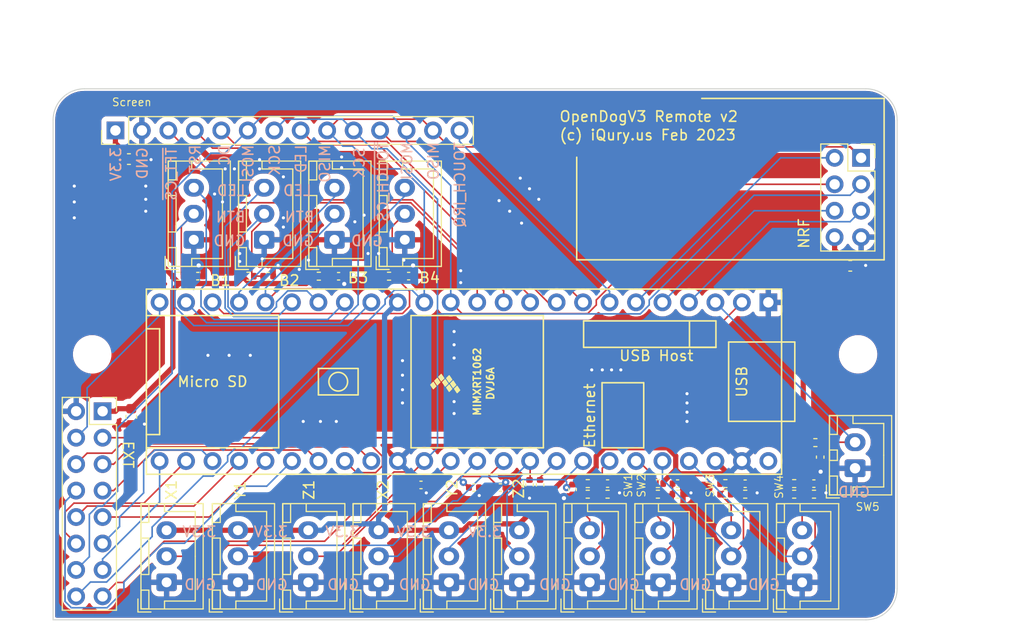
<source format=kicad_pcb>
(kicad_pcb (version 20221018) (generator pcbnew)
  (layers (0 "F.Cu" signal) (31 "B.Cu" signal) (34 "B.Paste" user) (35 "F.Paste" user) (36 "B.SilkS" user "B.Silkscreen") (37 "F.SilkS" user "F.Silkscreen") (38 "B.Mask" user) (39 "F.Mask" user) (44 "Edge.Cuts" user))
  (net 0 "")
  (net 1 "GND")
  (net 2 "/X1")
  (net 3 "/Y1")
  (net 4 "/Z1")
  (net 5 "/X2")
  (net 6 "/Y2")
  (net 7 "/Z2")
  (net 8 "/3.3V")
  (net 9 "/~{TFT_CS}")
  (net 10 "/RESET")
  (net 11 "/DC")
  (net 12 "/MOSI")
  (net 13 "/SCK")
  (net 14 "/LED")
  (net 15 "/MISO")
  (net 16 "/~{TOUCH_CS}")
  (net 17 "/TOUCH_IRQ")
  (net 18 "/SW1")
  (net 19 "/SW2")
  (net 20 "/SW3")
  (net 21 "/SW4")
  (net 22 "/SW5")
  (net 23 "/B1")
  (net 24 "/B2")
  (net 25 "/B3")
  (net 26 "/B4")
  (net 27 "Net-(J8-Pin_3)")
  (net 28 "Net-(J9-Pin_3)")
  (net 29 "Net-(J10-Pin_3)")
  (net 30 "Net-(J11-Pin_3)")
  (net 31 "/EX1")
  (net 32 "/NRF_CE")
  (net 33 "/~{NRF_CS}")
  (net 34 "/NRF_IRQ")
  (net 35 "/B1_LED")
  (net 36 "/B2_LED")
  (net 37 "/B3_LED")
  (net 38 "/B4_LED")
  (net 39 "/EX2")
  (net 40 "/EX3")
  (net 41 "/EX4")
  (net 42 "/EX5")
  (net 43 "/EX6")
  (net 44 "/EX7")
  (net 45 "/EX8")
  (net 46 "/EX9")
  (net 47 "/EX10")
  (net 48 "/EX11")
  (footprint "Resistor_SMD:R_0402_1005Metric" (layer "F.Cu") (at 111.31 87.919 180)
    (fp_text reference "R17" hide)
    (fp_text value "10k")
  )
  (footprint "Connector_JST:JST_XH_B3B-XH-A_1x03_P2.50mm_Vertical" (layer "F.Cu") (at 125.0732 97.404 90)
    (fp_text reference "J10" hide)
    (fp_text value "Conn_01x03_Pin")
  )
  (footprint "Capacitor_SMD:C_0603_1608Metric" (layer "F.Cu") (at 67.5 81.5 -90)
    (fp_text reference "C3" hide)
    (fp_text value "100nF")
  )
  (footprint "Resistor_SMD:R_0402_1005Metric" (layer "F.Cu") (at 131.12 88.935)
    (fp_text reference "R14" hide)
    (fp_text value "10k")
  )
  (footprint "Capacitor_SMD:C_0402_1005Metric" (layer "F.Cu") (at 105.72 88.046 -90)
    (fp_text reference "C7" hide)
    (fp_text value "1nF")
  )
  (footprint "Connector_PinHeader_2.54mm:PinHeader_1x14_P2.54mm_Vertical" (layer "F.Cu") (at 65.98 54 90)
    (fp_text reference "J7" hide)
    (fp_text value "Conn_01x14")
  )
  (footprint "MountingHole:MountingHole_3.2mm_M3" (layer "F.Cu") (at 63.75 75.5)
    (fp_text reference "H1" hide)
    (fp_text value "MountingHole")
  )
  (footprint "Resistor_SMD:R_0402_1005Metric" (layer "F.Cu") (at 126.421 88.935)
    (fp_text reference "R7" hide)
    (fp_text value "10k")
  )
  (footprint "Capacitor_SMD:C_0402_1005Metric" (layer "F.Cu") (at 95.306 88.046)
    (fp_text reference "C4" hide)
    (fp_text value "1nF")
  )
  (footprint "Connector_JST:JST_XH_B3B-XH-A_1x03_P2.50mm_Vertical" (layer "F.Cu") (at 84.49 97.4 90)
    (fp_text reference "J3" hide)
    (fp_text value "Conn_01x03_Pin")
  )
  (footprint "Resistor_SMD:R_0402_1005Metric" (layer "F.Cu") (at 85.5 68)
    (fp_text reference "R12" hide)
    (fp_text value "10k")
  )
  (footprint "Capacitor_SMD:C_0402_1005Metric" (layer "F.Cu") (at 106.736 88.046 -90)
    (fp_text reference "C8" hide)
    (fp_text value "1nF")
  )
  (footprint "Capacitor_SMD:C_0402_1005Metric" (layer "F.Cu") (at 80.640453 67.991926)
    (fp_text reference "C12" hide)
    (fp_text value "1nF")
  )
  (footprint "Resistor_SMD:R_0402_1005Metric" (layer "F.Cu") (at 119.944 88.935)
    (fp_text reference "R4" hide)
    (fp_text value "10k")
  )
  (footprint "Capacitor_SMD:C_0402_1005Metric" (layer "F.Cu") (at 113.211345 87.916043)
    (fp_text reference "C14" hide)
    (fp_text value "1nF")
  )
  (footprint "Connector_JST:JST_XH_B3B-XH-A_1x03_P2.50mm_Vertical" (layer "F.Cu") (at 111.49 97.4 90)
    (fp_text reference "J8" hide)
    (fp_text value "Conn_01x03_Pin")
  )
  (footprint "Connector_JST:JST_XH_B3B-XH-A_1x03_P2.50mm_Vertical" (layer "F.Cu") (at 118.293 97.404 90)
    (fp_text reference "J9" hide)
    (fp_text value "Conn_01x03_Pin")
  )
  (footprint "Resistor_SMD:R_0402_1005Metric" (layer "F.Cu") (at 124.516 88.935)
    (fp_text reference "R6" hide)
    (fp_text value "10k")
  )
  (footprint "Capacitor_SMD:C_0402_1005Metric" (layer "F.Cu") (at 119.930274 87.920654)
    (fp_text reference "C15" hide)
    (fp_text value "1nF")
  )
  (footprint "Capacitor_SMD:C_0402_1005Metric" (layer "F.Cu") (at 87.396716 68.004228)
    (fp_text reference "C11" hide)
    (fp_text value "1nF")
  )
  (footprint "Resistor_SMD:R_0402_1005Metric" (layer "F.Cu") (at 124.516 87.919)
    (fp_text reference "R8" hide)
    (fp_text value "10k")
  )
  (footprint "teensy:Teensy41-Simple" (layer "F.Cu") (at 99.43 78.13 180)
    (fp_text reference "U1" hide)
    (fp_text value "Teensy4.1")
  )
  (footprint "Capacitor_SMD:C_0603_1608Metric" (layer "F.Cu") (at 136.5 67)
    (fp_text reference "C1" hide)
    (fp_text value "100nF")
  )
  (footprint "Connector_JST:JST_XH_B3B-XH-A_1x03_P2.50mm_Vertical" (layer "F.Cu") (at 80.25 64.5 90)
    (fp_text reference "J14" hide)
    (fp_text value "Conn_01x03_Pin")
  )
  (footprint "Connector_JST:JST_XH_B3B-XH-A_1x03_P2.50mm_Vertical" (layer "F.Cu") (at 93.75 64.5 90)
    (fp_text reference "J16" hide)
    (fp_text value "Conn_01x03_Pin")
  )
  (footprint "Connector_PinSocket_2.54mm:PinSocket_2x08_P2.54mm_Vertical" (layer "F.Cu") (at 64.75 80.97)
    (fp_text reference "J18" hide)
    (fp_text value "Conn_02x08_Odd_Even")
  )
  (footprint "Connector_JST:JST_XH_B3B-XH-A_1x03_P2.50mm_Vertical" (layer "F.Cu") (at 73.5 64.5 90)
    (fp_text reference "J13" hide)
    (fp_text value "Conn_01x03_Pin")
  )
  (footprint "Capacitor_SMD:C_0402_1005Metric" (layer "F.Cu") (at 109.847825 88.48757 -90)
    (fp_text reference "C9" hide)
    (fp_text value "1nF")
  )
  (footprint "Capacitor_SMD:C_0402_1005Metric" (layer "F.Cu") (at 102.926 88.3)
    (fp_text reference "C6" hide)
    (fp_text value "1nF")
  )
  (footprint "Capacitor_SMD:C_0402_1005Metric" (layer "F.Cu") (at 100.386 88.3)
    (fp_text reference "C5" hide)
    (fp_text value "1nF")
  )
  (footprint "Resistor_SMD:R_0402_1005Metric" (layer "F.Cu") (at 113.213 88.935)
    (fp_text reference "R2" hide)
    (fp_text value "10k")
  )
  (footprint "Capacitor_SMD:C_0402_1005Metric" (layer "F.Cu") (at 133.00994 87.921614)
    (fp_text reference "C17" hide)
    (fp_text value "1nF")
  )
  (footprint "Connector_JST:JST_XH_B3B-XH-A_1x03_P2.50mm_Vertical" (layer "F.Cu") (at 87 64.5 90)
    (fp_text reference "J15" hide)
    (fp_text value "Conn_01x03_Pin")
  )
  (footprint "Capacitor_SMD:C_0402_1005Metric" (layer "F.Cu") (at 133.617435 85.375723 -90)
    (fp_text reference "C18" hide)
    (fp_text value "1nF")
  )
  (footprint "Capacitor_SMD:C_0402_1005Metric" (layer "F.Cu") (at 73.88423 67.992423)
    (fp_text reference "C13" hide)
    (fp_text value "1nF")
  )
  (footprint "Resistor_SMD:R_0402_1005Metric" (layer "F.Cu") (at 118.039 88.935)
    (fp_text reference "R3" hide)
    (fp_text value "10k")
  )
  (footprint "Connector_JST:JST_XH_B3B-XH-A_1x03_P2.50mm_Vertical" (layer "F.Cu") (at 91.24 97.4 90)
    (fp_text reference "J4" hide)
    (fp_text value "Conn_01x03_Pin")
  )
  (footprint "Connector_JST:JST_XH_B3B-XH-A_1x03_P2.50mm_Vertical" (layer "F.Cu") (at 97.99 97.4 90)
    (fp_text reference "J5" hide)
    (fp_text value "Conn_01x03_Pin")
  )
  (footprint "Capacitor_SMD:C_0603_1608Metric" (layer "F.Cu") (at 67.275 56.75 180)
    (fp_text reference "C2" hide)
    (fp_text value "100nF")
  )
  (footprint "Connector_JST:JST_XH_B3B-XH-A_1x03_P2.50mm_Vertical" (layer "F.Cu") (at 77.74 97.4 90)
    (fp_text reference "J2" hide)
    (fp_text value "Conn_01x03_Pin")
  )
  (footprint "Resistor_SMD:R_0402_1005Metric" (layer "F.Cu") (at 78.75 68)
    (fp_text reference "R11" hide)
    (fp_text value "10k")
  )
  (footprint "Capacitor_SMD:C_0402_1005Metric" (layer "F.Cu") (at 94.119646 67.990524)
    (fp_text reference "C10" hide)
    (fp_text value "1nF")
  )
  (footprint "Resistor_SMD:R_0402_1005Metric" (layer "F.Cu") (at 118.039 87.919 180)
    (fp_text reference "R5" hide)
    (fp_text value "10k")
  )
  (footprint "Connector_JST:JST_XH_B3B-XH-A_1x03_P2.50mm_Vertical" (layer "F.Cu") (at 70.89 97.4 90)
    (fp_text reference "J1" hide)
    (fp_text value "Conn_01x03_Pin")
  )
  (footprint "Resistor_SMD:R_0402_1005Metric" (layer "F.Cu") (at 133.023 88.935)
    (fp_text reference "R15" hide)
    (fp_text value "10k")
  )
  (footprint "Resistor_SMD:R_0402_1005Metric" (layer "F.Cu") (at 72 68)
    (fp_text reference "R10" hide)
    (fp_text value "10k")
  )
  (footprint "Resistor_SMD:R_0402_1005Metric" (layer "F.Cu") (at 131.12 87.919)
    (fp_text reference "R16" hide)
    (fp_text value "10k")
  )
  (footprint "Connector_PinSocket_2.54mm:PinSocket_2x04_P2.54mm_Vertical" (layer "F.Cu") (at 137.54 56.63)
    (fp_text reference "J17" hide)
    (fp_text value "NRF")
  )
  (footprint "Resistor_SMD:R_0402_1005Metric" (layer "F.Cu") (at 133.152 83.982)
    (fp_text reference "R9" hide)
    (fp_text value "10k")
  )
  (footprint "Connector_JST:JST_XH_B3B-XH-A_1x03_P2.50mm_Vertical" (layer "F.Cu") (at 131.882 97.404 90)
    (fp_text reference "J11" hide)
    (fp_text value "Conn_01x03_Pin")
  )
  (footprint "Resistor_SMD:R_0402_1005Metric" (layer "F.Cu") (at 92.24 68)
    (fp_text reference "R13" hide)
    (fp_text value "10k")
  )
  (footprint "Connector_JST:JST_XH_B3B-XH-A_1x03_P2.50mm_Vertical" (layer "F.Cu") (at 104.74 97.4 90)
    (fp_text reference "J6" hide)
    (fp_text value "Conn_01x03_Pin")
  )
  (footprint "Connector_JST:JST_XH_B2B-XH-A_1x02_P2.50mm_Vertical" (layer "F.Cu") (at 136.962 86.444249 90)
    (fp_text reference "J12" hide)
    (fp_text value "Conn_01x02_Pin")
  )
  (footprint "MountingHole:MountingHole_3.2mm_M3" (layer "F.Cu") (at 137.25 75.5)
    (fp_text reference "H2" hide)
    (fp_text value "MountingHole")
  )
  (footprint "Capacitor_SMD:C_0402_1005Metric" (layer "F.Cu") (at 126.415075 87.933398)
    (fp_text reference "C16" hide)
    (fp_text value "1nF")
  )
  (footprint "Resistor_SMD:R_0402_1005Metric" (layer "F.Cu") (at 111.308 88.935)
    (fp_text reference "R1" hide)
    (fp_text value "10k")
  )
  (gr_line (start 139.75 66.425) (end 110.25 66.425) (stroke (width 0.15)) (layer "F.SilkS"))
  (gr_line (start 110.25 66.425) (end 110.25 56.575) (stroke (width 0.15)) (layer "F.SilkS"))
  (gr_line (start 139.75 50.925) (end 122.25 50.925) (stroke (width 0.15)) (layer "F.SilkS"))
  (gr_line (start 139.75 66.425) (end 139.75 50.925) (stroke (width 0.15)) (layer "F.SilkS"))
  (gr_line (start 60 101) (end 60 53) (stroke (width 0.1)) (layer "Edge.Cuts"))
  (gr_line (start 63 50) (end 138 50) (stroke (width 0.1)) (layer "Edge.Cuts"))
  (gr_line (start 138 101) (end 60 101) (stroke (width 0.1)) (layer "Edge.Cuts"))
  (gr_line (start 141 53) (end 141 98) (stroke (width 0.1)) (layer "Edge.Cuts"))
  (gr_arc (start 141 98) (mid 140.12132 100.12132) (end 138 101) (stroke (width 0.1)) (layer "Edge.Cuts"))
  (gr_arc (start 60 53) (mid 60.87868 50.87868) (end 63 50) (stroke (width 0.1)) (layer "Edge.Cuts"))
  (gr_arc (start 138 50) (mid 140.12132 50.87868) (end 141 53) (stroke (width 0.1)) (layer "Edge.Cuts"))
  (gr_text "~{TFT_CS}" (at 71.938 55.534 90) (layer "B.SilkS") (effects (font (size 1 1)) (justify left bottom mirror)))
  (gr_text "RST" (at 74.224 55.28 90) (layer "B.SilkS") (effects (font (size 1 1)) (justify left bottom mirror)))
  (gr_text "BTN" (at 78.542 62.9) (layer "B.SilkS") (effects (font (size 1 1)) (justify left bottom mirror)))
  (gr_text "MISO" (at 86.67 55.28 90) (layer "B.SilkS") (effects (font (size 1 1)) (justify left bottom mirror)))
  (gr_text "3.3V" (at 66.604 55.534 90) (layer "B.SilkS") (effects (font (size 1 1)) (justify left bottom mirror)))
  (gr_text "GND" (at 129.85 98.206) (layer "B.SilkS") (effects (font (size 1 1)) (justify left bottom mirror)))
  (gr_text "~{TOUCH_CS}" (at 92.258 55.026 90) (layer "B.SilkS") (effects (font (size 1 1)) (justify left bottom mirror)))
  (gr_text "GND" (at 85.146 65.186) (layer "B.SilkS") (effects (font (size 1 1)) (justify left bottom mirror)))
  (gr_text "GND" (at 116.388 98.206) (layer "B.SilkS") (effects (font (size 1 1)) (justify left bottom mirror)))
  (gr_text "3.3V" (at 96.322 93.126) (layer "B.SilkS") (effects (font (size 1 1)) (justify left bottom mirror)))
  (gr_text "3.3V" (at 75.748 93.126) (layer "B.SilkS") (effects (font (size 1 1)) (justify left bottom mirror)))
  (gr_text "LED" (at 78.542 60.36) (layer "B.SilkS") (effects (font (size 1 1)) (justify left bottom mirror)))
  (gr_text "TOUCH_IRQ" (at 99.624 55.026 90) (layer "B.SilkS") (effects (font (size 1 1)) (justify left bottom mirror)))
  (gr_text "MOSI" (at 79.304 55.28 90) (layer "B.SilkS") (effects (font (size 1 1)) (justify left bottom mirror)))
  (gr_text "3.3V" (at 82.606 93.126) (layer "B.SilkS") (effects (font (size 1 1)) (justify left bottom mirror)))
  (gr_text "3.3V" (at 103.18 93.126) (layer "B.SilkS") (effects (font (size 1 1)) (justify left bottom mirror)))
  (gr_text "GND" (at 69.144 55.534 90) (layer "B.SilkS") (effects (font (size 1 1)) (justify left bottom mirror)))
  (gr_text "DC" (at 77.018 55.28 90) (layer "B.SilkS") (effects (font (size 1 1)) (justify left bottom mirror)))
  (gr_text "GND" (at 78.542 65.186) (layer "B.SilkS") (effects (font (size 1 1)) (justify left bottom mirror)))
  (gr_text "GND" (at 102.926 98.206) (layer "B.SilkS") (effects (font (size 1 1)) (justify left bottom mirror)))
  (gr_text "GND" (at 123.246 98.206) (layer "B.SilkS") (effects (font (size 1 1)) (justify left bottom mirror)))
  (gr_text "LED" (at 84.892 60.36) (layer "B.SilkS") (effects (font (size 1 1)) (justify left bottom mirror)))
  (gr_text "BTN" (at 85.146 62.9) (layer "B.SilkS") (effects (font (size 1 1)) (justify left bottom mirror)))
  (gr_text "MISO" (at 97.084 55.026 90) (layer "B.SilkS") (effects (font (size 1 1)) (justify left bottom mirror)))
  (gr_text "MOSI" (at 94.544 55.026 90) (layer "B.SilkS") (effects (font (size 1 1)) (justify left bottom mirror)))
  (gr_text "GND" (at 138.486 89.316) (layer "B.SilkS") (effects (font (size 1 1)) (justify left bottom mirror)))
  (gr_text "GND" (at 75.748 98.206) (layer "B.SilkS") (effects (font (size 1 1)) (justify left bottom mirror)))
  (gr_text "3.3V" (at 89.464 93.126) (layer "B.SilkS") (effects (font (size 1 1)) (justify left bottom mirror)))
  (gr_text "SCK" (at 81.844 55.28 90) (layer "B.SilkS") (effects (font (size 1 1)) (justify left bottom mirror)))
  (gr_text "GND" (at 82.606 98.206) (layer "B.SilkS") (effects (font (size 1 1)) (justify left bottom mirror)))
  (gr_text "GND" (at 109.784 98.206) (layer "B.SilkS") (effects (font (size 1 1)) (justify left bottom mirror)))
  (gr_text "GND" (at 96.322 98.206) (layer "B.SilkS") (effects (font (size 1 1)) (justify left bottom mirror)))
  (gr_text "GND" (at 89.464 98.206) (layer "B.SilkS") (effects (font (size 1 1)) (justify left bottom mirror)))
  (gr_text "SCK" (at 89.972 55.534 90) (layer "B.SilkS") (effects (font (size 1 1)) (justify left bottom mirror)))
  (gr_text "LED" (at 84.384 55.28 90) (layer "B.SilkS") (effects (font (size 1 1)) (justify left bottom mirror)))
  (gr_text "GND" (at 91.75 65.186) (layer "B.SilkS") (effects (font (size 1 1)) (justify left bottom mirror)))
  (gr_text "B1" (at 74.986 68.996) (layer "F.SilkS") (effects (font (size 1 1)) (justify left bottom)))
  (gr_text "SW5" (at 136.962 90.586) (layer "F.SilkS") (effects (font (size 0.75 0.75) (thickness 0.1)) (justify left bottom)))
  (gr_text "SW4" (at 130.104 89.443 90) (layer "F.SilkS") (effects (font (size 0.75 0.75) (thickness 0.1)) (justify left bottom)))
  (gr_text "Z2" (at 105.265104 89.444291 90) (layer "F.SilkS") (effects (font (size 1 1)) (justify left bottom)))
  (gr_text "B3" (at 88.194 68.742) (layer "F.SilkS") (effects (font (size 1 1)) (justify left bottom)))
  (gr_text "EXT" (at 66.604 83.728 -90) (layer "F.SilkS") (effects (font (size 1 1)) (justify left bottom)))
  (gr_text "(c) iQury.us Feb 2023" (at 108.514 55.026) (layer "F.SilkS") (effects (font (size 1 1)) (justify left bottom)))
  (gr_text "B4" (at 95.052 68.742) (layer "F.SilkS") (effects (font (size 1 1)) (justify left bottom)))
  (gr_text "X1" (at 71.938 89.57 90) (layer "F.SilkS") (effects (font (size 1 1)) (justify left bottom)))
  (gr_text "B2" (at 81.59 68.996) (layer "F.SilkS") (effects (font (size 1 1)) (justify left bottom)))
  (gr_text "SW1" (at 115.626 89.316 90) (layer "F.SilkS") (effects (font (size 0.75 0.75) (thickness 0.1)) (justify left bottom)))
  (gr_text "Y2" (at 98.873914 89.408941 90) (layer "F.SilkS") (effects (font (size 1 1)) (justify left bottom)))
  (gr_text "OpenDogV3 Remote v2" (at 108.514 53.248) (layer "F.SilkS") (effects (font (size 1 1)) (justify left bottom)))
  (gr_text "Z1" (at 85.146 89.57 90) (layer "F.SilkS") (effects (font (size 1 1)) (justify left bottom)))
  (gr_text "SW2" (at 116.896 89.316 90) (layer "F.SilkS") (effects (font (size 0.75 0.75) (thickness 0.1)) (justify left bottom)))
  (gr_text "SW3" (at 123.5 89.316 90) (layer "F.SilkS") (effects (font (size 0.75 0.75) (thickness 0.1)) (justify left bottom)))
  (gr_text "Screen" (at 65.588 51.724) (layer "F.SilkS") (effects (font (size 0.75 0.75) (thickness 0.1)) (justify left bottom)))
  (gr_text "X2" (at 92.258 89.57 90) (layer "F.SilkS") (effects (font (size 1 1)) (justify left bottom)))
  (gr_text "NRF" (at 132.644 65.44 90) (layer "F.SilkS") (effects (font (size 1 1)) (justify left bottom)))
  (gr_text "Y1" (at 78.542 89.57 90) (layer "F.SilkS") (effects (font (size 1 1)) (justify left bottom)))
  (segment (start 81.120453 67.991926) (end 81.120453 67.433547) (width 0.254) (layer "F.Cu") (net 1))
  (segment (start 106.51 88.526) (end 105.72 89.316) (width 0.5) (layer "F.Cu") (net 1))
  (segment (start 87.876716 68.004228) (end 87.876716 68.678716) (width 0.254) (layer "F.Cu") (net 1))
  (segment (start 94.599646 67.019646) (end 94.544 66.964) (width 0.254) (layer "F.Cu") (net 1))
  (segment (start 87.876716 68.678716) (end 87.94 68.742) (width 0.254) (layer "F.Cu") (net 1))
  (segment (start 74.36423 67.35823) (end 73.97 66.964) (width 0.381) (layer "F.Cu") (net 1))
  (segment (start 126.895075 88.139075) (end 127.564 88.808) (width 0.1524) (layer "F.Cu") (net 1))
  (segment (start 133.617435 85.855723) (end 133.617435 86.733435) (width 0.1524) (layer "F.Cu") (net 1))
  (segment (start 109.847825 88.96757) (end 109.37043 88.96757) (width 0.254) (layer "F.Cu") (net 1))
  (segment (start 95.814 88.808) (end 96.322 88.808) (width 0.254) (layer "F.Cu") (net 1))
  (segment (start 68.05 56.75) (end 69.344 56.75) (width 0.5) (layer "F.Cu") (net 1))
  (segment (start 106.736 88.526) (end 106.51 88.526) (width 0.5) (layer "F.Cu") (net 1))
  (segment (start 109.37043 88.96757) (end 109.022 89.316) (width 0.254) (layer "F.Cu") (net 1))
  (segment (start 94.599646 67.990524) (end 94.599646 67.019646) (width 0.254) (layer "F.Cu") (net 1))
  (segment (start 95.786 88.78) (end 95.814 88.808) (width 0.254) (layer "F.Cu") (net 1))
  (segment (start 133.617435 86.733435) (end 133.66 86.776) (width 0.1524) (layer "F.Cu") (net 1))
  (segment (start 69.344 56.75) (end 69.398 56.804) (width 0.5) (layer "F.Cu") (net 1))
  (segment (start 81.120453 67.433547) (end 81.59 66.964) (width 0.254) (layer "F.Cu") (net 1))
  (segment (start 74.36423 67.992423) (end 74.36423 67.35823) (width 0.381) (layer "F.Cu") (net 1))
  (segment (start 126.895075 87.933398) (end 126.895075 88.139075) (width 0.1524) (layer "F.Cu") (net 1))
  (segment (start 105.72 88.526) (end 105.72 89.316) (width 0.5) (layer "F.Cu") (net 1))
  (segment (start 95.786 88.046) (end 95.786 88.78) (width 0.254) (layer "F.Cu") (net 1))
  (via (at 76.256 60.868) (size 0.7) (drill 0.3) (layers "F.Cu" "B.Cu") (net 1))
  (via (at 84.003 81.95) (size 0.7) (drill 0.3) (layers "F.Cu" "B.Cu") (net 1))
  (via (at 109.022 89.316) (size 1) (drill 0.4) (layers "F.Cu" "B.Cu") (net 1))
  (via (at 78.923 75.6) (size 0.7) (drill 0.3) (layers "F.Cu" "B.Cu") (net 1))
  (via (at 127.564 88.808) (size 0.7) (drill 0.3) (layers "F.Cu" "B.Cu") (net 1))
  (via (at 105.72 89.316) (size 0.7) (drill 0.3) (layers "F.Cu" "B.Cu") (net 1))
  (via (at 105.72 59.598) (size 0.7) (drill 0.3) (layers "F.Cu" "B.Cu") (net 1))
  (via (at 77.907 66.583) (size 0.7) (drill 0.3) (layers "F.Cu" "B.Cu") (net 1))
  (via (at 103.815 61.757) (size 0.7) (drill 0.3) (layers "F.Cu" "B.Cu") (net 1))
  (via (at 106.609 60.614) (size 0.7) (drill 0.3) (layers "F.Cu" "B.Cu") (net 1))
  (via (at 74.859 75.6) (size 0.7) (drill 0.3) (layers "F.Cu" "B.Cu") (net 1))
  (via (at 120.833 81.061) (size 0.7) (drill 0.3) (layers "F.Cu" "B.Cu") (net 1))
  (via (at 114.483 76.997) (size 0.7) (drill 0.3) (layers "F.Cu" "B.Cu") (net 1))
  (via (at 134.168 88.808) (size 0.7) (drill 0.3) (layers "F.Cu" "B.Cu") (net 1))
  (via (at 133.66 86.776) (size 1) (drill 0.4) (layers "F.Cu" "B.Cu") (net 1))
  (via (at 76.891 75.6) (size 0.7) (drill 0.3) (layers "F.Cu" "B.Cu") (net 1))
  (via (at 95.814 88.808) (size 0.7) (drill 0.3) (layers "F.Cu" "B.Cu") (net 1))
  (via (at 76.51 57.693) (size 0.7) (drill 0.3) (layers "F.Cu" "B.Cu") (net 1))
  (via (at 113.594 76.997) (size 0.7) (drill 0.3) (layers "F.Cu" "B.Cu") (net 1))
  (via (at 120.833 79.283) (size 0.7) (drill 0.3) (layers "F.Cu" "B.Cu") (net 1))
  (via (at 98.481 80.045) (size 0.7) (drill 0.3) (layers "F.Cu" "B.Cu") (net 1))
  (via (at 93.655 66.456) (size 0.7) (drill 0.3) (layers "F.Cu" "B.Cu") (net 1))
  (via (at 93.528 80.172) (size 0.7) (drill 0.3) (layers "F.Cu" "B.Cu") (net 1))
  (via (at 104.831 58.582) (size 0.7) (drill 0.3) (layers "F.Cu" "B.Cu") (net 1))
  (via (at 73.97 66.964) (size 1) (drill 0.4) (layers "F.Cu" "B.Cu") (net 1))
  (via (at 102.799 60.741) (size 0.7) (drill 0.3) (layers "F.Cu" "B.Cu") (net 1))
  (via (at 62.032 59.344) (size 0.7) (drill 0.3) (layers "F.Cu" "B.Cu") (net 1))
  (via (at 98.481 75.854) (size 0.7) (drill 0.3) (layers "F.Cu" "B.Cu") (net 1))
  (via (at 120.833 80.172) (size 0.7) (drill 0.3) (layers "F.Cu" "B.Cu") (net 1))
  (via (at 120.833 81.95) (size 0.7) (drill 0.3) (layers "F.Cu" "B.Cu") (net 1))
  (via (at 111.689 76.997) (size 0.7) (drill 0.3) (layers "F.Cu" "B.Cu") (net 1))
  (via (at 90.226 65.821) (size 0.7) (drill 0.3) (layers "F.Cu" "B.Cu") (net 1))
  (via (at 93.528 76.108) (size 0.7) (drill 0.3) (layers "F.Cu" "B.Cu") (net 1))
  (via (at 94.544 66.964) (size 1) (drill 0.4) (layers "F.Cu" "B.Cu") (net 1))
  (via (at 80.066 66.329) (size 0.7) (drill 0.3) (layers "F.Cu" "B.Cu") (net 1))
  (via (at 114.356 88.808) (size 0.7) (drill 0.3) (layers "F.Cu" "B.Cu") (net 1))
  (via (at 79.812 57.693) (size 0.7) (drill 0.3) (layers "F.Cu" "B.Cu") (net 1))
  (via (at 91.242 65.821) (size 0.7) (drill 0.3) (layers "F.Cu" "B.Cu") (net 1))
  (via (at 112.705 76.997) (size 0.7) (drill 0.3) (layers "F.Cu" "B.Cu") (net 1))
  (via (at 83.622 67.345) (size 0.7) (drill 0.3) (layers "F.Cu" "B.Cu") (net 1))
  (via (at 81.59 66.964) (size 0.7) (drill 0.3) (layers "F.Cu" "B.Cu") (net 1))
  (via (at 77.907 65.821) (size 0.7) (drill 0.3) (layers "F.Cu" "B.Cu") (net 1))
  (via (at 82.098 63.281) (size 0.7) (drill 0.3) (layers "F.Cu" "B.Cu") (net 1))
  (via (at 79.812 56.804) (size 0.7) (drill 0.3) (layers "F.Cu" "B.Cu") (net 1))
  (via (at 100.894 89.062) (size 0.7) (drill 0.3) (layers "F.Cu" "B.Cu") (net 1))
  (via (at 98.481 74.584) (size 0.7) (drill 0.3) (layers "F.Cu" "B.Cu") (net 1))
  (via (at 77.399 57.693) (size 0.7) (drill 0.3) (layers "F.Cu" "B.Cu") (net 1))
  (via (at 87.178 81.95) (size 0.7) (drill 0.3) (layers "F.Cu" "B.Cu") (net 1))
  (via (at 98.481 81.188) (size 0.7) (drill 0.3) (layers "F.Cu" "B.Cu") (net 1))
  (via (at 99.116 67.472) (size 0.7) (drill 0.3) (layers "F.Cu" "B.Cu") (net 1))
  (via (at 93.528 78.902) (size 0.7) (drill 0.3) (layers "F.Cu" "B.Cu") (net 1))
  (via (at 93.528 77.505) (size 0.7) (drill 0.3) (layers "F.Cu" "B.Cu") (net 1))
  (via (at 87.94 68.742) (size 1) (drill 0.4) (layers "F.Cu" "B.Cu") (net 1))
  (via (at 121.214 88.808) (size 0.7) (drill 0.3) (layers "F.Cu" "B.Cu") (net 1))
  (via (at 103.434 87.792) (size 0.7) (drill 0.3) (layers "F.Cu" "B.Cu") (net 1))
  (via (at 87.686 57.566) (size 0.7) (drill 0.3) (layers "F.Cu" "B.Cu") (net 1))
  (via (at 104.958 62.9) (size 0.7) (drill 0.3) (layers "F.Cu" "B.Cu") (net 1))
  (via (at 85.654 81.95) (size 0.7) (drill 0.3) (layers "F.Cu" "B.Cu") (net 1))
  (via (at 82.098 58.455) (size 0.7) (drill 0.3) (layers "F.Cu" "B.Cu") (net 1))
  (via (at 69.398 56.804) (size 0.7) (drill 0.3) (layers "F.Cu" "B.Cu") (net 1))
  (via (at 137.978 66.964) (size 0.7) (drill 0.3) (layers "F.Cu" "B.Cu") (net 1))
  (via (at 68.89 59.344) (size 0.7) (drill 0.3) (layers "F.Cu" "B.Cu") (net 1))
  (via (at 89.845 62.138) (size 0.7) (drill 0.3) (layers "F.Cu" "B.Cu") (net 1))
  (via (at 62.032 62.392) (size 0.7) (drill 0.3) (layers "F.Cu" "B.Cu") (net 1))
  (via (at 68.763 82.204) (size 0.7) (drill 0.3) (layers "F.Cu" "B.Cu") (net 1))
  (via (at 98.481 73.314) (size 0.7) (drill 0.3) (layers "F.Cu" "B.Cu") (net 1))
  (via (at 87.686 56.55) (size 0.7) (drill 0.3) (layers "F.Cu" "B.Cu") (net 1))
  (via (at 84.511 66.456) (size 0.7) (drill 0.3) (layers "F.Cu" "B.Cu") (net 1))
  (via (at 88.956 62.773) (size 0.7) (drill 0.3) (layers "F.Cu" "B.Cu") (net 1))
  (via (at 62.032 60.868) (size 0.7) (drill 0.3) (layers "F.Cu" "B.Cu") (net 1))
  (via (at 99.116 68.615) (size 0.7) (drill 0.3) (layers "F.Cu" "B.Cu") (net 1))
  (via (at 75.494 60.106) (size 0.7) (drill 0.3) (layers "F.Cu" "B.Cu") (net 1))
  (via (at 68.89 60.614) (size 0.7) (drill 0.3) (layers "F.Cu" "B.Cu") (net 1))
  (via (at 82.098 62.392) (size 0.7) (drill 0.3) (layers "F.Cu" "B.Cu") (net 1))
  (via (at 68.89 61.757) (size 0.7) (drill 0.3) (layers "F.Cu" "B.Cu") (net 1))
  (segment (start 87.7212 93.8465) (end 94.4396 87.1281) (width 0.1524) (layer "F.Cu") (net 2))
  (segment (start 94.798 87.1281) (end 96.7819 87.1281) (width 0.1524) (layer "F.Cu") (net 2))
  (segment (start 94.4396 87.1281) (end 94.798 87.1281) (width 0.1524) (layer "F.Cu") (net 2))
  (segment (start 94.798 87.1281) (end 94.798 88.018) (width 0.1524) (layer "F.Cu") (net 2))
  (segment (start 96.7819 87.1281) (end 98.16 85.75) (width 0.1524) (layer "F.Cu") (net 2))
  (segment (start 76.764 93.8465) (end 75.7105 94.9) (width 0.1524) (layer "F.Cu") (net 2))
  (segment (start 76.764 93.8465) (end 87.7212 93.8465) (width 0.1524) (layer "F.Cu") (net 2))
  (segment (start 75.7105 94.9) (end 70.89 94.9) (width 0.1524) (layer "F.Cu") (net 2))
  (segment (start 94.798 88.018) (end 94.826 88.046) (width 0.1524) (layer "F.Cu") (net 2))
  (segment (start 99.398 87.792) (end 99.906 88.3) (width 0.254) (layer "F.Cu") (net 3))
  (segment (start 99.37 87.792) (end 99.398 87.792) (width 0.254) (layer "F.Cu") (net 3))
  (via (at 99.37 87.792) (size 0.7) (drill 0.3) (layers "F.Cu" "B.Cu") (net 3))
  (segment (start 99.014 87.436) (end 100.7 85.75) (width 0.1524) (layer "B.Cu") (net 3))
  (segment (start 92.6035 93.8465) (end 99.014 87.436) (width 0.1524) (layer "B.Cu") (net 3))
  (segment (start 79.5205 94.9) (end 77.74 94.9) (width 0.1524) (layer "B.Cu") (net 3))
  (segment (start 99.37 87.792) (end 99.014 87.436) (width 0.254) (layer "B.Cu") (net 3))
  (segment (start 80.574 93.8465) (end 79.5205 94.9) (width 0.1524) (layer "B.Cu") (net 3))
  (segment (start 80.574 93.8465) (end 92.6035 93.8465) (width 0.1524) (layer "B.Cu") (net 3))
  (segment (start 87.0634 94.9) (end 92.3257 89.6377) (width 0.1524) (layer "F.Cu") (net 4))
  (segment (start 101.7507 87.2393) (end 102.189 86.801) (width 0.1524) (layer "F.Cu") (net 4))
  (segment (start 99.141064 87.2393) (end 100.894 87.2393) (width 0.1524) (layer "F.Cu") (net 4))
  (segment (start 100.894 87.2393) (end 101.7507 87.2393) (width 0.1524) (layer "F.Cu") (net 4))
  (segment (start 92.3257 89.6377) (end 96.742664 89.6377) (width 0.1524) (layer "F.Cu") (net 4))
  (segment (start 102.446 87.9346) (end 101.7507 87.2393) (width 0.1524) (layer "F.Cu") (net 4))
  (segment (start 96.742664 89.6377) (end 99.141064 87.2393) (width 0.1524) (layer "F.Cu") (net 4))
  (segment (start 102.189 86.801) (end 103.24 85.75) (width 0.1524) (layer "F.Cu") (net 4))
  (segment (start 102.446 88.3) (end 102.446 87.9346) (width 0.1524) (layer "F.Cu") (net 4))
  (segment (start 84.49 94.9) (end 87.0634 94.9) (width 0.1524) (layer "F.Cu") (net 4))
  (segment (start 105.78 87.506) (end 105.78 85.75) (width 0.1524) (layer "F.Cu") (net 5))
  (segment (start 105.72 87.566) (end 105.78 87.506) (width 0.1524) (layer "F.Cu") (net 5))
  (segment (start 101.148 87.234197) (end 104.295803 87.234197) (width 0.1524) (layer "B.Cu") (net 5))
  (segment (start 93.043636 94.9) (end 98.363818 89.579818) (width 0.1524) (layer "B.Cu") (net 5))
  (segment (start 98.363818 89.579818) (end 98.802379 89.579818) (width 0.1524) (layer "B.Cu") (net 5))
  (segment (start 98.802379 89.579818) (end 101.148 87.234197) (width 0.1524) (layer "B.Cu") (net 5))
  (segment (start 91.24 94.9) (end 93.043636 94.9) (width 0.1524) (layer "B.Cu") (net 5))
  (segment (start 104.295803 87.234197) (end 105.78 85.75) (width 0.1524) (layer "B.Cu") (net 5))
  (segment (start 106.736 87.566) (end 106.736 87.334) (width 0.1524) (layer "F.Cu") (net 6))
  (segment (start 106.736 87.334) (end 108.32 85.75) (width 0.1524) (layer "F.Cu") (net 6))
  (segment (start 97.99 94.9) (end 97.99 94.111574) (width 0.1524) (layer "B.Cu") (net 6))
  (segment (start 97.99 94.111574) (end 105.096475 87.005099) (width 0.1524) (layer "B.Cu") (net 6))
  (segment (start 107.064901 87.005099) (end 108.32 85.75) (width 0.1524) (layer "B.Cu") (net 6))
  (segment (start 105.096475 87.005099) (end 107.064901 87.005099) (width 0.1524) (layer "B.Cu") (net 6))
  (segment (start 109.56843 88.00757) (end 109.276 88.3) (width 0.1524) (layer "F.Cu") (net 7))
  (segment (start 109.847825 88.00757) (end 109.56843 88.00757) (width 0.1524) (layer "F.Cu") (net 7))
  (via (at 109.276 88.3) (size 0.7) (drill 0.3) (layers "F.Cu" "B.Cu") (net 7))
  (segment (start 109.276 87.742) (end 109.072 87.538) (width 0.1524) (layer "B.Cu") (net 7))
  (segment (start 110.86 85.75) (end 109.072 87.538) (width 0.1524) (layer "B.Cu") (net 7))
  (segment (start 104.958 87.538) (end 103.5618 88.9342) (width 0.1524) (layer "B.Cu") (net 7))
  (segment (start 103.5618 88.9342) (end 103.5618 93.7218) (width 0.1524) (layer "B.Cu") (net 7))
  (segment (start 109.072 87.538) (end 104.958 87.538) (width 0.1524) (layer "B.Cu") (net 7))
  (segment (start 109.276 88.3) (end 109.276 87.742) (width 0.1524) (layer "B.Cu") (net 7))
  (segment (start 103.5618 93.7218) (end 104.74 94.9) (width 0.1524) (layer "B.Cu") (net 7))
  (segment (start 119.75 86.57978) (end 120.14722 86.977) (width 0.5) (layer "F.Cu") (net 8))
  (segment (start 131.99 70.735) (end 131.99 82.5) (width 0.5) (layer "F.Cu") (net 8))
  (segment (start 91.73 69.16) (end 91.73 68) (width 0.5) (layer "F.Cu") (net 8))
  (segment (start 71.49 69.3197) (end 72.1084 68.7013) (width 0.5) (layer "F.Cu") (net 8))
  (segment (start 112.1158 85.2909) (end 112.1158 86.3478) (width 0.5) (layer "F.Cu") (net 8))
  (segment (start 77.74 92.4) (end 84.49 92.4) (width 0.5) (layer "F.Cu") (net 8))
  (segment (start 124.6545 87.1811) (end 124.6545 86.8445) (width 0.5) (layer "F.Cu") (net 8))
  (segment (start 104.74 92.4) (end 104.74 91.7863) (width 0.5) (layer "F.Cu") (net 8))
  (segment (start 109.3062 87.2201) (end 111.2435 87.2201) (width 0.5) (layer "F.Cu") (net 8))
  (segment (start 135.725 66.2023) (end 135.725 67) (width 0.5) (layer "F.Cu") (net 8))
  (segment (start 131.99 85.2669) (end 130.0758 87.1811) (width 0.5) (layer "F.Cu") (net 8))
  (segment (start 119.75 86.57978) (end 118.549 87.78078) (width 0.5) (layer "F.Cu") (net 8))
  (segment (start 135 64.25) (end 135 65.4773) (width 0.5) (layer "F.Cu") (net 8))
  (segment (start 119.75 85.2655) (end 118.9629 84.4784) (width 0.5) (layer "F.Cu") (net 8))
  (segment (start 111.2435 87.2201) (end 111.82 87.7966) (width 0.5) (layer "F.Cu") (net 8))
  (segment (start 72.1084 68.7013) (end 71.49 68.0829) (width 0.5) (layer "F.Cu") (net 8))
  (segment (start 93.08 70.51) (end 91.73 69.16) (width 0.5) (layer "F.Cu") (net 8))
  (segment (start 77.609 68.7013) (end 72.1084 68.7013) (width 0.5) (layer "F.Cu") (net 8))
  (segment (start 112.9283 84.4784) (end 112.1158 85.2909) (width 0.5) (layer "F.Cu") (net 8))
  (segment (start 131.99 83.982) (end 131.99 85.2669) (width 0.5) (layer "F.Cu") (net 8))
  (segment (start 66.5 63.01) (end 71.49 68) (width 0.5) (layer "F.Cu") (net 8))
  (segment (start 91.0193 67.2893) (end 85.6253 67.2893) (width 0.5) (layer "F.Cu") (net 8))
  (segment (start 66.2223 80.725) (end 65.9773 80.97) (width 0.5) (layer "F.Cu") (net 8))
  (segment (start 65.98 55.2273) (end 66.5 55.7473) (width 0.5) (layer "F.Cu") (net 8))
  (segment (start 65.98 54) (end 65.98 55.2273) (width 0.5) (layer "F.Cu") (net 8))
  (segment (start 84.2859 68.7041) (end 78.8738 68.7041) (width 0.5) (layer "F.Cu") (net 8))
  (segment (start 130.0758 87.3848) (end 130.61 87.919) (width 0.5) (layer "F.Cu") (net 8))
  (segment (start 84.99 68) (end 84.2859 68.7041) (width 0.5) (layer "F.Cu") (net 8))
  (segment (start 131.99 83.982) (end 132.642 83.982) (width 0.5) (layer "F.Cu") (net 8))
  (segment (start 124.6545 86.8445) (end 123.56 85.75) (width 0.5) (layer "F.Cu") (net 8))
  (segment (start 66.5 55.7473) (end 66.5 56.75) (width 0.5) (layer "F.Cu") (net 8))
  (segment (start 85.6253 67.2893) (end 84.99 67.9246) (width 0.5) (layer "F.Cu") (net 8))
  (segment (start 119.75 85.2655) (end 119.75 86.57978) (width 0.5) (layer "F.Cu") (net 8))
  (segment (start 135.725 67) (end 131.99 70.735) (width 0.5) (layer "F.Cu") (net 8))
  (segment (start 66.5 56.75) (end 66.5 63.01) (width 0.5) (layer "F.Cu") (net 8))
  (segment (start 67.5 80.725) (end 66.2223 80.725) (width 0.5) (layer "F.Cu") (net 8))
  (segment (start 130.0758 87.1811) (end 124.6545 87.1811) (width 0.5) (layer "F.Cu") (net 8))
  (segment (start 118.549 87.78078) (end 118.549 87.919) (width 0.5) (layer "F.Cu") (net 8))
  (segment (start 71.49 68.0829) (end 71.49 68) (width 0.5) (layer "F.Cu") (net 8))
  (segment (start 135 65.4773) (end 135.725 66.2023) (width 0.5) (layer "F.Cu") (net 8))
  (segment (start 111.82 87.7966) (end 111.82 87.919) (width 0.5) (layer "F.Cu") (net 8))
  (segment (start 91.73 68) (end 91.0193 67.2893) (width 0.5) (layer "F.Cu") (net 8))
  (segment (start 97.99 92.4) (end 91.24 92.4) (width 0.5) (layer "F.Cu") (net 8))
  (segment (start 67.5 80.725) (end 71.49 76.735) (width 0.5) (layer "F.Cu") (net 8))
  (segment (start 118.9629 84.4784) (end 112.9283 84.4784) (width 0.5) (layer "F.Cu") (net 8))
  (segment (start 99.956 91.7863) (end 99.3423 92.4) (width 0.5) (layer "F.Cu") (net 8))
  (segment (start 64.75 80.97) (end 65.9773 80.97) (width 0.5) (layer "F.Cu") (net 8))
  (segment (start 124.4504 86.977) (end 124.6545 87.1811) (width 0.5) (layer "F.Cu") (net 8))
  (segment (start 84.99 67.9246) (end 84.99 68) (width 0.5) (layer "F.Cu") (net 8))
  (segment (start 120.14722 86.977) (end 124.4504 86.977) (width 0.5) (layer "F.Cu") (net 8))
  (segment (start 70.89 92.4) (end 77.74 92.4) (width 0.5) (layer "F.Cu") (net 8))
  (segment (start 104.74 91.7863) (end 109.3062 87.2201) (width 0.5) (layer "F.Cu") (net 8))
  (segment (start 131.99 82.5) (end 131.99 83.982) (width 0.5) (layer "F.Cu") (net 8))
  (segment (start 124.006 87.8296) (end 124.006 87.919) (width 0.5) (layer "F.Cu") (net 8))
  (segment (start 130.0758 87.1811) (end 130.0758 87.3848) (width 0.5) (layer "F.Cu") (net 8))
  (segment (start 78.24 68.0703) (end 78.24 68) (width 0.5) (layer "F.Cu") (net 8))
  (segment (start 78.8738 68.7041) (end 78.24 68.0703) (width 0.5) (layer "F.Cu") (net 8))
  (segment (start 104.74 91.7863) (end 99.956 91.7863) (width 0.5) (layer "F.Cu") (net 8))
  (segment (start 112.1158 86.3478) (end 111.2435 87.2201) (width 0.5) (layer "F.Cu") (net 8))
  (segment (start 71.49 76.735) (end 71.49 69.3197) (width 0.5) (layer "F.Cu") (net 8))
  (segment (start 78.24 68.0703) (end 77.609 68.7013) (width 0.5) (layer "F.Cu") (net 8))
  (segment (start 97.99 92.4) (end 99.3423 92.4) (width 0.5) (layer "F.Cu") (net 8))
  (segment (start 124.6545 87.1811) (end 124.006 87.8296) (width 0.5) (layer "F.Cu") (net 8))
  (segment (start 91.24 91.7863) (end 86.456 91.7863) (width 0.5) (layer "B.Cu") (net 8))
  (segment (start 91.81 71.78) (end 93.08 70.51) (width 0.5) (layer "B.Cu") (net 8))
  (segment (start 91.24 92.4) (end 91.24 91.7863) (width 0.5) (layer "B.Cu") (net 8))
  (segment (start 91.24 91.1727) (end 91.81 90.6027) (width 0.5) (layer "B.Cu") (net 8))
  (segment (start 84.49 92.4) (end 85.8423 92.4) (width 0.5) (layer "B.Cu") (net 8))
  (segment (start 91.81 90.6027) (end 91.81 71.78) (width 0.5) (layer "B.Cu") (net 8))
  (segment (start 86.456 91.7863) (end 85.8423 92.4) (width 0.5) (layer "B.Cu") (net 8))
  (segment (start 91.24 91.7863) (end 91.24 91.1727) (width 0.5) (layer "B.Cu") (net 8))
  (segment (start 78.0064 60.9464) (end 71.06 54) (width 0.1524) (layer "F.Cu") (net 9))
  (segment (start 100.7 67.3207) (end 94.3257 60.9464) (width 0.1524) (layer "F.Cu") (net 9))
  (segment (start 100.7 70.51) (end 100.7 67.3207) (width 0.1524) (layer "F.Cu") (net 9))
  (segment (start 94.3257 60.9464) (end 78.0064 60.9464) (width 0.1524) (layer "F.Cu") (net 9))
  (segment (start 94.5106 60.6666) (end 85.8727 60.6666) (width 0.1524) (layer "F.Cu") (net 10))
  (segment (start 80.9075 55.7014) (end 75.3014 55.7014) (width 0.1524) (layer "F.Cu") (net 10))
  (segment (start 85.8727 60.6666) (end 80.9075 55.7014) (width 0.1524) (layer "F.Cu") (net 10))
  (segment (start 75.3014 55.7014) (end 73.6 54) (width 0.1524) (layer "F.Cu") (net 10))
  (segment (start 103.24 70.51) (end 103.24 69.396) (width 0.1524) (layer "F.Cu") (net 10))
  (segment (start 103.24 69.396) (end 94.5106 60.6666) (width 0.1524) (layer "F.Cu") (net 10))
  (segment (start 91.2423 55.3769) (end 77.5169 55.3769) (width 0.1524) (layer "F.Cu") (net 11))
  (segment (start 77.5169 55.3769) (end 76.14 54) (width 0.1524) (layer "F.Cu") (net 11))
  (segment (start 105.78 69.9146) (end 91.2423 55.3769) (width 0.1524) (layer "F.Cu") (net 11))
  (segment (start 105.78 70.51) (end 105.78 69.9146) (width 0.1524) (layer "F.Cu") (net 11))
  (segment (start 112.1301 70.2782) (end 112.1301 70.7603) (width 0.1524) (layer "F.Cu") (net 12))
  (segment (start 99.2359 71.5859) (end 98.16 70.51) (width 0.1524) (layer "F.Cu") (net 12))
  (segment (start 135 59.17) (end 123.2383 59.17) (width 0.1524) (layer "F.Cu") (net 12))
  (segment (start 123.2383 59.17) (end 112.1301 70.2782) (width 0.1524) (layer "F.Cu") (net 12))
  (segment (start 111.3045 71.5859) (end 99.2359 71.5859) (width 0.1524) (layer "F.Cu") (net 12))
  (segment (start 112.1301 70.7603) (end 111.3045 71.5859) (width 0.1524) (layer "F.Cu") (net 12))
  (segment (start 64.2763 90.0764) (end 63.48 90.8727) (width 0.1524) (layer "B.Cu") (net 12))
  (segment (start 75.1279 56.1839) (end 71.42 59.8918) (width 0.1524) (layer "B.Cu") (net 12))
  (segment (start 80.0403 52.6397) (end 78.68 54) (width 0.1524) (layer "B.Cu") (net 12))
  (segment (start 75.1279 56.1839) (end 76.4961 56.1839) (width 0.1524) (layer "B.Cu") (net 12))
  (segment (start 93.92 54) (end 92.5597 52.6397) (width 0.1524) (layer "B.Cu") (net 12))
  (segment (start 63.48 94.94) (end 62.21 96.21) (width 0.1524) (layer "B.Cu") (net 12))
  (segment (start 98.16 59.2935) (end 98.16 70.51) (width 0.1524) (layer "B.Cu") (net 12))
  (segment (start 92.5597 52.6397) (end 80.0403 52.6397) (width 0.1524) (layer "B.Cu") (net 12))
  (segment (start 66.182 88.6487) (end 64.7543 90.0764) (width 0.1524) (layer "B.Cu") (net 12))
  (segment (start 63.48 90.8727) (end 63.48 94.94) (width 0.1524) (layer "B.Cu") (net 12))
  (segment (start 71.42 77.3225) (end 66.182 82.5605) (width 0.1524) (layer "B.Cu") (net 12))
  (segment (start 93.92 54) (end 93.92 55.0535) (width 0.1524) (layer "B.Cu") (net 12))
  (segment (start 71.42 59.8918) (end 71.42 77.3225) (width 0.1524) (layer "B.Cu") (net 12))
  (segment (start 64.7543 90.0764) (end 64.2763 90.0764) (width 0.1524) (layer "B.Cu") (net 12))
  (segment (start 93.92 55.0535) (end 98.16 59.2935) (width 0.1524) (layer "B.Cu") (net 12))
  (segment (start 66.182 82.5605) (end 66.182 88.6487) (width 0.1524) (layer "B.Cu") (net 12))
  (segment (start 76.4961 56.1839) (end 78.68 54) (width 0.1524) (layer "B.Cu") (net 12))
  (segment (start 86.0611 93.4536) (end 70.6633 93.4536) (width 0.1524) (layer "F.Cu") (net 13))
  (segment (start 70.6633 93.4536) (end 66.70195 97.41495) (width 0.1524) (layer "F.Cu") (net 13))
  (segment (start 66.70195 97.41495) (end 66.08505 97.41495) (width 0.1524) (layer "F.Cu") (net 13))
  (segment (start 94.5664 86.8036) (end 92.7111 86.8036) (width 0.1524) (layer "F.Cu") (net 13))
  (segment (start 66.08505 97.41495) (end 64.75 98.75) (width 0.1524) (layer "F.Cu") (net 13))
  (segment (start 92.7111 86.8036) (end 86.0611 93.4536) (width 0.1524) (layer "F.Cu") (net 13))
  (segment (start 95.62 85.75) (end 94.5664 86.8036) (width 0.1524) (layer "F.Cu") (net 13))
  (segment (start 117.2101 70.759) (end 117.2101 70.2763) (width 0.1524) (layer "B.Cu") (net 13))
  (segment (start 88.84 54) (end 87.7595 52.9195) (width 0.1524) (layer "B.Cu") (net 13))
  (segment (start 95.62 85.75) (end 96.89 84.48) (width 0.1524) (layer "B.Cu") (net 13))
  (segment (start 116.3525 71.6166) (end 117.2101 70.759) (width 0.1524) (layer "B.Cu") (net 13))
  (segment (start 136.4865 60.2235) (end 137.54 59.17) (width 0.1524) (layer "B.Cu") (net 13))
  (segment (start 117.2101 70.2763) (end 127.2629 60.2235) (width 0.1524) (layer "B.Cu") (net 13))
  (segment (start 87.7595 52.9195) (end 82.3005 52.9195) (width 0.1524) (layer "B.Cu") (net 13))
  (segment (start 127.2629 60.2235) (end 136.4865 60.2235) (width 0.1524) (layer "B.Cu") (net 13))
  (segment (start 90.59335 55.75335) (end 88.84 54) (width 0.1524) (layer "B.Cu") (net 13))
  (segment (start 96.89 71.6166) (end 96.89 60.6047) (width 0.1524) (layer "B.Cu") (net 13))
  (segment (start 92.03865 55.75335) (end 90.59335 55.75335) (width 0.1524) (layer "B.Cu") (net 13))
  (segment (start 96.89 84.48) (end 96.89 71.6166) (width 0.1524) (layer "B.Cu") (net 13))
  (segment (start 82.3005 52.9195) (end 81.22 54) (width 0.1524) (layer "B.Cu") (net 13))
  (segment (start 96.89 71.6166) (end 116.3525 71.6166) (width 0.1524) (layer "B.Cu") (net 13))
  (segment (start 96.89 60.6047) (end 92.03865 55.75335) (width 0.1524) (layer "B.Cu") (net 13))
  (segment (start 84.8135 55.0535) (end 92.039074 55.0535) (width 0.1524) (layer "F.Cu") (net 14))
  (segment (start 107.495574 70.51) (end 108.32 70.51) (width 0.1524) (layer "F.Cu") (net 14))
  (segment (start 92.039074 55.0535) (end 107.495574 70.51) (width 0.1524) (layer "F.Cu") (net 14))
  (segment (start 83.76 54) (end 84.8135 55.0535) (width 0.1524) (layer "F.Cu") (net 14))
  (segment (start 136.4865 55.5765) (end 136.2 55.5765) (width 0.2032) (layer "F.Cu") (net 15))
  (segment (start 87.3793 52.9207) (end 86.3 54) (width 0.1524) (layer "F.Cu") (net 15))
  (segment (start 96.46 54) (end 98.0365 55.5765) (width 0.1524) (layer "F.Cu") (net 15))
  (segment (start 137.54 56.63) (end 136.4865 55.5765) (width 0.2032) (layer "F.Cu") (net 15))
  (segment (start 95.3807 52.9207) (end 87.3793 52.9207) (width 0.1524) (layer "F.Cu") (net 15))
  (segment (start 96.46 54) (end 95.3807 52.9207) (width 0.1524) (layer "F.Cu") (net 15))
  (segment (start 98.0365 55.5765) (end 136.2 55.5765) (width 0.1524) (layer "F.Cu") (net 15))
  (segment (start 69.5039 93.0037) (end 69.5039 92.0913) (width 0.1524) (layer "B.Cu") (net 15))
  (segment (start 91.8602 70.6798) (end 91.8602 70.221) (width 0.1524) (layer "B.Cu") (net 15))
  (segment (start 69.5039 92.0913) (end 74.3962 87.199) (width 0.1524) (layer "B.Cu") (net 15))
  (segment (start 93.5634 57.6878) (end 94.4373 58.5617) (width 0.1524) (layer "B.Cu") (net 15))
  (segment (start 77.5128 84.48) (end 78.06 84.48) (width 0.1524) (layer "B.Cu") (net 15))
  (segment (start 95.62 59.7444) (end 95.62 70.51) (width 0.1524) (layer "B.Cu") (net 15))
  (segment (start 62.21 98.75) (end 63.5877 97.3723) (width 0.1524) (layer "B.Cu") (net 15))
  (segment (start 76.7493 85.2435) (end 77.5128 84.48) (width 0.1524) (layer "B.Cu") (net 15))
  (segment (start 63.5877 97.3723) (end 65.1353 97.3723) (width 0.1524) (layer "B.Cu") (net 15))
  (segment (start 88.7289 55.5071) (end 87.8071 55.5071) (width 0.1524) (layer "B.Cu") (net 15))
  (segment (start 94.4373 58.5617) (end 95.62 59.7444) (width 0.1524) (layer "B.Cu") (net 15))
  (segment (start 87.8071 55.5071) (end 86.3 54) (width 0.1524) (layer "B.Cu") (net 15))
  (segment (start 74.3962 87.199) (end 75.3441 87.199) (width 0.1524) (layer "B.Cu") (net 15))
  (segment (start 91.8602 70.221) (end 92.7625 69.3187) (width 0.1524) (layer "B.Cu") (net 15))
  (segment (start 94.4287 69.3187) (end 95.62 70.51) (width 0.1524) (layer "B.Cu") (net 15))
  (segment (start 88.7289 55.5071) (end 90.9096 57.6878) (width 0.1524) (layer "B.Cu") (net 15))
  (segment (start 65.1353 97.3723) (end 69.5039 93.0037) (width 0.1524) (layer "B.Cu") (net 15))
  (segment (start 76.7493 85.7938) (end 76.7493 85.2435) (width 0.1524) (layer "B.Cu") (net 15))
  (segment (start 75.3441 87.199) (end 76.7493 85.7938) (width 0.1524) (layer "B.Cu") (net 15))
  (segment (start 92.7625 69.3187) (end 94.4287 69.3187) (width 0.1524) (layer "B.Cu") (net 15))
  (segment (start 78.06 84.48) (end 91.8602 70.6798) (width 0.1524) (layer "B.Cu") (net 15))
  (segment (start 90.9096 57.6878) (end 93.5634 57.6878) (width 0.1524) (layer "B.Cu") (net 15))
  (segment (start 95.4035 55.0535) (end 92.4335 55.0535) (width 0.1524) (layer "F.Cu") (net 16))
  (segment (start 110.86 70.51) (end 95.4035 55.0535) (width 0.1524) (layer "F.Cu") (net 16))
  (segment (start 92.4335 55.0535) (end 91.38 54) (width 0.1524) (layer "F.Cu") (net 16))
  (segment (start 99 54) (end 99 55.0535) (width 0.1524) (layer "B.Cu") (net 17))
  (segment (start 113.4 69.4535) (end 113.4 70.51) (width 0.1524) (layer "B.Cu") (net 17))
  (segment (start 99 55.0535) (end 113.4 69.4535) (width 0.1524) (layer "B.Cu") (net 17))
  (segment (start 112.703 88.935) (end 111.818 88.935) (width 0.1524) (layer "F.Cu") (net 18))
  (segment (start 112.703 88.935) (end 112.703 86.447) (width 0.1524) (layer "F.Cu") (net 18))
  (segment (start 112.703 86.447) (end 113.4 85.75) (width 0.1524) (layer "F.Cu") (net 18))
  (segment (start 112.703 93.687) (end 111.49 94.9) (width 0.1524) (layer "F.Cu") (net 18))
  (segment (start 112.703 88.935) (end 112.703 93.687) (width 0.1524) (layer "F.Cu") (net 18))
  (segment (start 116.1874 85.75) (end 115.94 85.75) (width 0.1524) (layer "F.Cu") (net 19))
  (segment (start 119.5061 89.0071) (end 119.5061 93.6909) (width 0.1524) (layer "F.Cu") (net 19))
  (segment (start 119.434 88.935) (end 119.5061 89.0071) (width 0.1524) (layer "F.Cu") (net 19))
  (segment (start 119.450274 88.918726) (end 119.434 88.935) (width 0.1524) (layer "F.Cu") (net 19))
  (segment (start 118.039 87.6016) (end 116.1874 85.75) (width 0.1524) (layer "F.Cu") (net 19))
  (segment (start 118.039 88.425) (end 118.039 87.6016) (width 0.1524) (layer "F.Cu") (net 19))
  (segment (start 119.434 88.935) (end 118.549 88.935) (width 0.1524) (layer "F.Cu") (net 19))
  (segment (start 119.5061 93.6909) (end 118.293 94.904) (width 0.1524) (layer "F.Cu") (net 19))
  (segment (start 118.549 88.935) (end 118.039 88.425) (width 0.1524) (layer "F.Cu") (net 19))
  (segment (start 119.450274 87.920654) (end 119.450274 88.918726) (width 0.1524) (layer "F.Cu") (net 19))
  (segment (start 125.026 88.935) (end 125.911 88.935) (width 0.1524) (layer "F.Cu") (net 20))
  (segment (start 126.2522 93.725) (end 125.0732 94.904) (width 0.1524) (layer "F.Cu") (net 20))
  (segment (start 125.911 88.935) (end 125.911 87.957473) (width 0.1524) (layer "F.Cu") (net 20))
  (segment (start 125.911 88.935) (end 126.2522 89.2762) (width 0.1524) (layer "F.Cu") (net 20))
  (segment (start 125.911 87.957473) (end 125.935075 87.933398) (width 0.1524) (layer "F.Cu") (net 20))
  (segment (start 126.2522 89.2762) (end 126.2522 93.725) (width 0.1524) (layer "F.Cu") (net 20))
  (segment (start 118.48 87.4947) (end 125.0732 94.0879) (width 0.1524) (layer "B.Cu") (net 20))
  (segment (start 125.0732 94.0879) (end 125.0732 94.904) (width 0.1524) (layer "B.Cu") (net 20))
  (segment (start 118.48 85.75) (end 118.48 87.4947) (width 0.1524) (layer "B.Cu") (net 20))
  (segment (start 133.1265 89.5485) (end 133.1265 93.6595) (width 0.1524) (layer "F.Cu") (net 21))
  (segment (start 132.513 88.935) (end 133.1265 89.5485) (width 0.1524) (layer "F.Cu") (net 21))
  (segment (start 133.1265 93.6595) (end 131.882 94.904) (width 0.1524) (layer "F.Cu") (net 21))
  (segment (start 132.52994 87.921614) (end 132.52994 88.91806) (width 0.1524) (layer "F.Cu") (net 21))
  (segment (start 132.52994 88.91806) (end 132.513 88.935) (width 0.1524) (layer "F.Cu") (net 21))
  (segment (start 132.513 88.935) (end 131.63 88.935) (width 0.1524) (layer "F.Cu") (net 21))
  (segment (start 131.882 94.904) (end 130.174 94.904) (width 0.1524) (layer "B.Cu") (net 21))
  (segment (start 130.174 94.904) (end 121.02 85.75) (width 0.1524) (layer "B.Cu") (net 21))
  (segment (start 133.662 83.982) (end 133.662 84.851158) (width 0.1524) (layer "F.Cu") (net 22))
  (segment (start 133.662 84.851158) (end 133.617435 84.895723) (width 0.1524) (layer "F.Cu") (net 22))
  (segment (start 133.662 83.982) (end 133.699751 83.944249) (width 0.1524) (layer "F.Cu") (net 22))
  (segment (start 133.699751 83.944249) (end 136.962 83.944249) (width 0.1524) (layer "F.Cu") (net 22))
  (segment (start 131.155 78.105) (end 131.155 78.137249) (width 0.1524) (layer "B.Cu") (net 22))
  (segment (start 131.155 78.137249) (end 136.962 83.944249) (width 0.1524) (layer "B.Cu") (net 22))
  (segment (start 131.155 78.105) (end 123.56 70.51) (width 0.1524) (layer "B.Cu") (net 22))
  (segment (start 72.3053 67.7953) (end 72.3053 63.1947) (width 0.1524) (layer "F.Cu") (net 23))
  (segment (start 72.517577 67.992423) (end 72.51 68) (width 0.1524) (layer "F.Cu") (net 23))
  (segment (start 72.3053 63.1947) (end 73.5 62) (width 0.1524) (layer "F.Cu") (net 23))
  (segment (start 72.51 68) (end 72.3053 67.7953) (width 0.1524) (layer "F.Cu") (net 23))
  (segment (start 73.40423 67.992423) (end 72.517577 67.992423) (width 0.1524) (layer "F.Cu") (net 23))
  (segment (start 88.3078 72.7422) (end 73.5023 72.7422) (width 0.1524) (layer "B.Cu") (net 23))
  (segment (start 90.54 70.51) (end 88.3078 72.7422) (width 0.1524) (layer "B.Cu") (net 23))
  (segment (start 71.6998 70.9397) (end 71.6998 63.8002) (width 0.1524) (layer "B.Cu") (net 23))
  (segment (start 71.6998 63.8002) (end 73.5 62) (width 0.1524) (layer "B.Cu") (net 23))
  (segment (start 73.5023 72.7422) (end 71.6998 70.9397) (width 0.1524) (layer "B.Cu") (net 23))
  (segment (start 80.160453 67.991926) (end 79.268074 67.991926) (width 0.1524) (layer "F.Cu") (net 24))
  (segment (start 79.0667 63.717378) (end 80.25 62.534078) (width 0.1524) (layer "F.Cu") (net 24))
  (segment (start 79.26 68) (end 79.0667 67.8067) (width 0.1524) (layer "F.Cu") (net 24))
  (segment (start 79.0667 67.8067) (end 79.0667 63.717378) (width 0.1524) (layer "F.Cu") (net 24))
  (segment (start 80.25 62.534078) (end 80.25 62) (width 0.1524) (layer "F.Cu") (net 24))
  (segment (start 79.268074 67.991926) (end 79.26 68) (width 0.1524) (layer "F.Cu") (net 24))
  (segment (start 85.46 70.51) (end 84.3562 69.4062) (width 0.1524) (layer "B.Cu") (net 24))
  (segment (start 76.7865 65.4635) (end 80.25 62) (width 0.1524) (layer "B.Cu") (net 24))
  (segment (start 81.4335 70.4847) (end 81.4335 70.9463) (width 0.1524) (layer "B.Cu") (net 24))
  (segment (start 76.7865 70.9462) (end 76.7865 65.4635) (width 0.1524) (layer "B.Cu") (net 24))
  (segment (start 77.4038 71.5635) (end 76.7865 70.9462) (width 0.1524) (layer "B.Cu") (net 24))
  (segment (start 80.8163 71.5635) (end 77.4038 71.5635) (width 0.1524) (layer "B.Cu") (net 24))
  (segment (start 84.3562 69.4062) (end 82.512 69.4062) (width 0.1524) (layer "B.Cu") (net 24))
  (segment (start 81.4335 70.9463) (end 80.8163 71.5635) (width 0.1524) (layer "B.Cu") (net 24))
  (segment (start 82.512 69.4062) (end 81.4335 70.4847) (width 0.1524) (layer "B.Cu") (net 24))
  (segment (start 86.916716 68.004228) (end 86.014228 68.004228) (width 0.254) (layer "F.Cu") (net 25))
  (segment (start 86.01 68) (end 84.8046 69.2054) (width 0.1524) (layer "F.Cu") (net 25))
  (segment (start 81.6846 69.2054) (end 80.38 70.51) (width 0.1524) (layer "F.Cu") (net 25))
  (segment (start 86.014228 68.004228) (end 86.01 68) (width 0.254) (layer "F.Cu") (net 25))
  (segment (start 84.8046 69.2054) (end 81.6846 69.2054) (width 0.1524) (layer "F.Cu") (net 25))
  (segment (start 87 62.5267) (end 87 62) (width 0.1524) (layer "B.Cu") (net 25))
  (segment (start 80.38 69.1467) (end 87 62.5267) (width 0.1524) (layer "B.Cu") (net 25))
  (segment (start 80.38 70.51) (end 80.38 69.1467) (width 0.1524) (layer "B.Cu") (net 25))
  (segment (start 94.2064 70.9032) (end 94.2064 69.4564) (width 0.1524) (layer "F.Cu") (net 26))
  (segment (start 92.759476 67.990524) (end 92.75 68) (width 0.254) (layer "F.Cu") (net 26))
  (segment (start 92.5453 63.2047) (end 93.75 62) (width 0.1524) (layer "F.Cu") (net 26))
  (segment (start 94.2064 69.4564) (end 92.75 68) (width 0.1524) (layer "F.Cu") (net 26))
  (segment (start 92.75 68) (end 92.5453 67.7953) (width 0.1524) (layer "F.Cu") (net 26))
  (segment (start 92.5453 67.7953) (end 92.5453 63.2047) (width 0.1524) (layer "F.Cu") (net 26))
  (segment (start 75.3 70.51) (end 76.3747 71.5847) (width 0.1524) (layer "F.Cu") (net 26))
  (segment (start 93.639646 67.990524) (end 92.759476 67.990524) (width 0.254) (layer "F.Cu") (net 26))
  (segment (start 93.5249 71.5847) (end 94.2064 70.9032) (width 0.1524) (layer "F.Cu") (net 26))
  (segment (start 76.3747 71.5847) (end 93.5249 71.5847) (width 0.1524) (layer "F.Cu") (net 26))
  (segment (start 110.8 88.933) (end 110.8 87.919) (width 0.1524) (layer "F.Cu") (net 27))
  (segment (start 111.49 91.3465) (end 110.798 90.6545) (width 0.1524) (layer "F.Cu") (net 27))
  (segment (start 110.798 88.935) (end 110.8 88.933) (width 0.1524) (layer "F.Cu") (net 27))
  (segment (start 111.49 92.4) (end 111.49 91.3465) (width 0.1524) (layer "F.Cu") (net 27))
  (segment (start 110.798 90.6545) (end 110.798 88.935) (width 0.1524) (layer "F.Cu") (net 27))
  (segment (start 117.529 90.5865) (end 117.529 88.935) (width 0.1524) (layer "F.Cu") (net 28))
  (segment (start 117.529 87.919) (end 117.529 88.935) (width 0.1524) (layer "F.Cu") (net 28))
  (segment (start 118.293 91.3505) (end 117.529 90.5865) (width 0.1524) (layer "F.Cu") (net 28))
  (segment (start 118.293 92.404) (end 118.293 91.3505) (width 0.1524) (layer "F.Cu") (net 28))
  (segment (start 124.008 88.937) (end 125.026 87.919) (width 0.1524) (layer "F.Cu") (net 29))
  (segment (start 125.0732 92.404) (end 125.0732 90.0022) (width 0.1524) (layer "F.Cu") (net 29))
  (segment (start 125.0732 90.0022) (end 124.008 88.937) (width 0.1524) (layer "F.Cu") (net 29))
  (segment (start 124.008 88.937) (end 124.006 88.935) (width 0.1524) (layer "F.Cu") (net 29))
  (segment (start 130.612 88.937) (end 131.63 87.919) (width 0.1524) (layer "F.Cu") (net 30))
  (segment (start 131.882 92.404) (end 131.882 90.207) (width 0.1524) (layer "F.Cu") (net 30))
  (segment (start 131.882 90.207) (end 130.612 88.937) (width 0.1524) (layer "F.Cu") (net 30))
  (segment (start 130.612 88.937) (end 130.61 88.935) (width 0.1524) (layer "F.Cu") (net 30))
  (segment (start 113.1 83.51) (end 126.1 70.51) (width 0.1524) (layer "F.Cu") (net 31))
  (segment (start 64.75 83.51) (end 113.1 83.51) (width 0.1524) (layer "F.Cu") (net 31))
  (segment (start 136.4865 62.7635) (end 137.54 61.71) (width 0.1524) (layer "B.Cu") (net 32))
  (segment (start 121.02 70.51) (end 128.7665 62.7635) (width 0.1524) (layer "B.Cu") (net 32))
  (segment (start 128.7665 62.7635) (end 136.4865 62.7635) (width 0.1524) (layer "B.Cu") (net 32))
  (segment (start 118.48 70.51) (end 127.28 61.71) (width 0.1524) (layer "B.Cu") (net 33))
  (segment (start 127.28 61.71) (end 135 61.71) (width 0.1524) (layer "B.Cu") (net 33))
  (segment (start 129.82 56.63) (end 115.94 70.51) (width 0.1524) (layer "B.Cu") (net 34))
  (segment (start 135 56.63) (end 129.82 56.63) (width 0.1524) (layer "B.Cu") (net 34))
  (segment (start 74.6958 68.7204) (end 74.6958 60.6958) (width 0.1524) (layer "B.Cu") (net 35))
  (segment (start 74.1925 70.9016) (end 74.1925 69.2237) (width 0.1524) (layer "B.Cu") (net 35))
  (segment (start 75.4435 72.1526) (end 74.1925 70.9016) (width 0.1524) (layer "B.Cu") (net 35))
  (segment (start 74.6958 60.6958) (end 73.5 59.5) (width 0.1524) (layer "B.Cu") (net 35))
  (segment (start 86.3574 72.1526) (end 75.4435 72.1526) (width 0.1524) (layer "B.Cu") (net 35))
  (segment (start 88 70.51) (end 86.3574 72.1526) (width 0.1524) (layer "B.Cu") (net 35))
  (segment (start 74.1925 69.2237) (end 74.6958 68.7204) (width 0.1524) (layer "B.Cu") (net 35))
  (segment (start 76.5066 63.2434) (end 80.25 59.5) (width 0.1524) (layer "B.Cu") (net 36))
  (segment (start 77.3094 71.8728) (end 76.5066 71.07) (width 0.1524) (layer "B.Cu") (net 36))
  (segment (start 82.92 70.51) (end 81.5572 71.8728) (width 0.1524) (layer "B.Cu") (net 36))
  (segment (start 81.5572 71.8728) (end 77.3094 71.8728) (width 0.1524) (layer "B.Cu") (net 36))
  (segment (start 76.5066 71.07) (end 76.5066 63.2434) (width 0.1524) (layer "B.Cu") (net 36))
  (segment (start 77.84 70.51) (end 77.84 69.5397) (width 0.1524) (layer "B.Cu") (net 37))
  (segment (start 77.84 69.5397) (end 87 60.3797) (width 0.1524) (layer "B.Cu") (net 37))
  (segment (start 87 60.3797) (end 87 59.5) (width 0.1524) (layer "B.Cu") (net 37))
  (segment (start 89.2701 70.7353) (end 89.2701 64.77) (width 0.1524) (layer "B.Cu") (net 38))
  (segment (start 74.7124 72.4624) (end 87.543 72.4624) (width 0.1524) (layer "B.Cu") (net 38))
  (segment (start 89.2701 64.77) (end 93.75 60.2901) (width 0.1524) (layer "B.Cu") (net 38))
  (segment (start 93.75 60.2901) (end 93.75 59.5) (width 0.1524) (layer "B.Cu") (net 38))
  (segment (start 72.76 70.51) (end 74.7124 72.4624) (width 0.1524) (layer "B.Cu") (net 38))
  (segment (start 87.543 72.4624) (end 89.2701 70.7353) (width 0.1524) (layer "B.Cu") (net 38))
  (segment (start 70.22 71.7744) (end 63.2635 78.7309) (width 0.1524) (layer "B.Cu") (net 39))
  (segment (start 63.2635 78.7309) (end 63.2635 82.4565) (width 0.1524) (layer "B.Cu") (net 39))
  (segment (start 70.22 70.51) (end 70.22 71.7744) (width 0.1524) (layer "B.Cu") (net 39))
  (segment (start 63.2635 82.4565) (end 62.21 83.51) (width 0.1524) (layer "B.Cu") (net 39))
  (segment (start 67.4618 84.3917) (end 89.1817 84.3917) (width 0.1524) (layer "F.Cu") (net 40))
  (segment (start 65.8035 86.05) (end 67.4618 84.3917) (width 0.1524) (layer "F.Cu") (net 40))
  (segment (start 89.1817 84.3917) (end 90.54 85.75) (width 0.1524) (layer "F.Cu") (net 40))
  (segment (start 64.75 86.05) (end 65.8035 86.05) (width 0.1524) (layer "F.Cu") (net 40))
  (segment (start 65.6492 84.9965) (end 63.2635 84.9965) (width 0.1524) (layer "F.Cu") (net 41))
  (segment (start 63.2635 84.9965) (end 62.21 86.05) (width 0.1524) (layer "F.Cu") (net 41))
  (segment (start 90.4077 84.1016) (end 66.5441 84.1016) (width 0.1524) (layer "F.Cu") (net 41))
  (segment (start 91.6051 86.2129) (end 91.6051 85.299) (width 0.1524) (layer "F.Cu") (net 41))
  (segment (start 88 85.75) (end 89.1165 86.8665) (width 0.1524) (layer "F.Cu") (net 41))
  (segment (start 89.1165 86.8665) (end 90.9515 86.8665) (width 0.1524) (layer "F.Cu") (net 41))
  (segment (start 66.5441 84.1016) (end 65.6492 84.9965) (width 0.1524) (layer "F.Cu") (net 41))
  (segment (start 91.6051 85.299) (end 90.4077 84.1016) (width 0.1524) (layer "F.Cu") (net 41))
  (segment (start 90.9515 86.8665) (end 91.6051 86.2129) (width 0.1524) (layer "F.Cu") (net 41))
  (segment (start 64.75 88.59) (end 65.8035 88.59) (width 0.1524) (layer "F.Cu") (net 42))
  (segment (start 65.8035 88.59) (end 69.6991 84.6944) (width 0.1524) (layer "F.Cu") (net 42))
  (segment (start 84.4044 84.6944) (end 85.46 85.75) (width 0.1524) (layer "F.Cu") (net 42))
  (segment (start 69.6991 84.6944) (end 84.4044 84.6944) (width 0.1524) (layer "F.Cu") (net 42))
  (segment (start 78.0942 88.1664) (end 72.6106 93.65) (width 0.1524) (layer "B.Cu") (net 43))
  (segment (start 66.7951 98.2229) (end 65.1782 99.8398) (width 0.1524) (layer "B.Cu") (net 43))
  (segment (start 66.7951 97.3764) (end 66.7951 98.2229) (width 0.1524) (layer "B.Cu") (net 43))
  (segment (start 70.5215 93.65) (end 66.7951 97.3764) (width 0.1524) (layer "B.Cu") (net 43))
  (segment (start 61.752 99.8398) (end 61.1434 99.2312) (width 0.1524) (layer "B.Cu") (net 43))
  (segment (start 61.1434 89.6566) (end 62.21 88.59) (width 0.1524) (layer "B.Cu") (net 43))
  (segment (start 61.1434 99.2312) (end 61.1434 89.6566) (width 0.1524) (layer "B.Cu") (net 43))
  (segment (start 72.6106 93.65) (end 70.5215 93.65) (width 0.1524) (layer "B.Cu") (net 43))
  (segment (start 65.1782 99.8398) (end 61.752 99.8398) (width 0.1524) (layer "B.Cu") (net 43))
  (segment (start 82.92 85.75) (end 80.5036 88.1664) (width 0.1524) (layer "B.Cu") (net 43))
  (segment (start 80.5036 88.1664) (end 78.0942 88.1664) (width 0.1524) (layer "B.Cu") (net 43))
  (segment (start 64.75 91.13) (end 75 91.13) (width 0.1524) (layer "F.Cu") (net 44))
  (segment (start 75 91.13) (end 80.38 85.75) (width 0.1524) (layer "F.Cu") (net 44))
  (segment (start 73.5135 90.0765) (end 63.2635 90.0765) (width 0.1524) (layer "F.Cu") (net 45))
  (segment (start 63.2635 90.0765) (end 62.21 91.13) (width 0.1524) (layer "F.Cu") (net 45))
  (segment (start 77.84 85.75) (end 73.5135 90.0765) (width 0.1524) (layer "F.Cu") (net 45))
  (segment (start 68.6884 85.7722) (end 69.7644 84.6962) (width 0.1524) (layer "B.Cu") (net 46))
  (segment (start 66.3771 91.1211) (end 66.3771 92.0429) (width 0.1524) (layer "B.Cu") (net 46))
  (segment (start 68.6884 88.8098) (end 68.6884 85.7722) (width 0.1524) (layer "B.Cu") (net 46))
  (segment (start 66.3771 92.0429) (end 64.75 93.67) (width 0.1524) (layer "B.Cu") (net 46))
  (segment (start 74.2462 84.6962) (end 75.3 85.75) (width 0.1524) (layer "B.Cu") (net 46))
  (segment (start 69.7644 84.6962) (end 74.2462 84.6962) (width 0.1524) (layer "B.Cu") (net 46))
  (segment (start 66.3771 91.1211) (end 68.6884 88.8098) (width 0.1524) (layer "B.Cu") (net 46))
  (segment (start 72.76 85.75) (end 68.7133 89.7967) (width 0.1524) (layer "F.Cu") (net 47))
  (segment (start 61.1487 90.6413) (end 61.1487 92.6087) (width 0.1524) (layer "F.Cu") (net 47))
  (segment (start 61.9933 89.7967) (end 61.1487 90.6413) (width 0.1524) (layer "F.Cu") (net 47))
  (segment (start 61.1487 92.6087) (end 62.21 93.67) (width 0.1524) (layer "F.Cu") (net 47))
  (segment (start 68.7133 89.7967) (end 61.9933 89.7967) (width 0.1524) (layer "F.Cu") (net 47))
  (segment (start 64.75 95.1565) (end 64.7534 95.1565) (width 0.1524) (layer "B.Cu") (net 48))
  (segment (start 70.22 89.6899) (end 70.22 85.75) (width 0.1524) (layer "B.Cu") (net 48))
  (segment (start 64.75 96.21) (end 64.75 95.1565) (width 0.1524) (layer "B.Cu") (net 48))
  (segment (start 64.7534 95.1565) (end 70.22 89.6899) (width 0.1524) (layer "B.Cu") (net 48))
  (zone (net 1) (net_name "GND") (layers "F&B.Cu") (connect_pads (clearance 0.508)) (min_thickness 0.254) (fill yes (thermal_gap 0.508) (thermal_bridge_width 0.508))
    (polygon (pts (xy 59 49) (xy 142 49) (xy 142 102) (xy 59 102)))
  )
)
</source>
